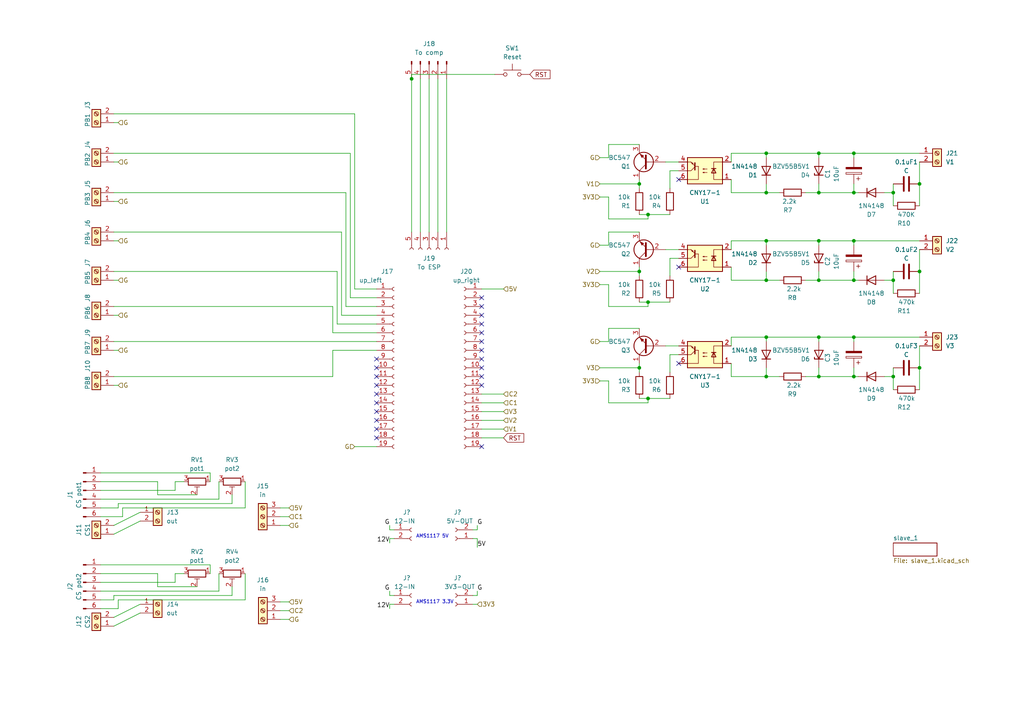
<source format=kicad_sch>
(kicad_sch (version 20211123) (generator eeschema)
  (paper "A4")
  (lib_symbols
    (symbol "Connector:Conn_01x02_Female" (pin_names (offset 1.016) hide)
      (property "Reference" "J" (at 0 2.54 0))
      (property "Value" "Conn_01x02_Female" (at 0 -5.08 0))
      (symbol "Conn_01x02_Female_1_1"
        (arc (start 0 -2.032) (mid -0.508 -2.54) (end 0 -3.048) (stroke (width 0.1524)))
        (polyline (pts (xy -1.27 -2.54) (xy -0.508 -2.54)) (stroke (width 0.1524)))
        (polyline (pts (xy -1.27 0) (xy -0.508 0)) (stroke (width 0.1524)))
        (arc (start 0 0.508) (mid -0.508 0) (end 0 -0.508) (stroke (width 0.1524)))
        (pin passive line (at -5.08 0 0) (length 3.81) (name "Pin_1") (number "1"))
        (pin passive line (at -5.08 -2.54 0) (length 3.81) (name "Pin_2") (number "2"))
      )
    )
    (symbol "Connector:Conn_01x05_Female" (pin_names (offset 1.016) hide)
      (property "Reference" "J" (at 0 7.62 0))
      (property "Value" "Conn_01x05_Female" (at 0 -7.62 0))
      (symbol "Conn_01x05_Female_1_1"
        (arc (start 0 -4.572) (mid -0.508 -5.08) (end 0 -5.588) (stroke (width 0.1524)))
        (arc (start 0 -2.032) (mid -0.508 -2.54) (end 0 -3.048) (stroke (width 0.1524)))
        (polyline (pts (xy -1.27 -5.08) (xy -0.508 -5.08)) (stroke (width 0.1524)))
        (polyline (pts (xy -1.27 -2.54) (xy -0.508 -2.54)) (stroke (width 0.1524)))
        (polyline (pts (xy -1.27 0) (xy -0.508 0)) (stroke (width 0.1524)))
        (polyline (pts (xy -1.27 2.54) (xy -0.508 2.54)) (stroke (width 0.1524)))
        (polyline (pts (xy -1.27 5.08) (xy -0.508 5.08)) (stroke (width 0.1524)))
        (arc (start 0 0.508) (mid -0.508 0) (end 0 -0.508) (stroke (width 0.1524)))
        (arc (start 0 3.048) (mid -0.508 2.54) (end 0 2.032) (stroke (width 0.1524)))
        (arc (start 0 5.588) (mid -0.508 5.08) (end 0 4.572) (stroke (width 0.1524)))
        (pin passive line (at -5.08 5.08 0) (length 3.81) (name "Pin_1") (number "1"))
        (pin passive line (at -5.08 2.54 0) (length 3.81) (name "Pin_2") (number "2"))
        (pin passive line (at -5.08 0 0) (length 3.81) (name "Pin_3") (number "3"))
        (pin passive line (at -5.08 -2.54 0) (length 3.81) (name "Pin_4") (number "4"))
        (pin passive line (at -5.08 -5.08 0) (length 3.81) (name "Pin_5") (number "5"))
      )
    )
    (symbol "Connector:Conn_01x05_Male" (pin_names (offset 1.016) hide)
      (property "Reference" "J" (at 0 7.62 0))
      (property "Value" "Conn_01x05_Male" (at 0 -7.62 0))
      (symbol "Conn_01x05_Male_1_1"
        (polyline (pts (xy 1.27 -5.08) (xy 0.8636 -5.08)) (stroke (width 0.1524)))
        (polyline (pts (xy 1.27 -2.54) (xy 0.8636 -2.54)) (stroke (width 0.1524)))
        (polyline (pts (xy 1.27 0) (xy 0.8636 0)) (stroke (width 0.1524)))
        (polyline (pts (xy 1.27 2.54) (xy 0.8636 2.54)) (stroke (width 0.1524)))
        (polyline (pts (xy 1.27 5.08) (xy 0.8636 5.08)) (stroke (width 0.1524)))
        (rectangle (start 0.8636 -4.953) (end 0 -5.207) (stroke (width 0.1524)) (fill (type outline)))
        (rectangle (start 0.8636 -2.413) (end 0 -2.667) (stroke (width 0.1524)) (fill (type outline)))
        (rectangle (start 0.8636 0.127) (end 0 -0.127) (stroke (width 0.1524)) (fill (type outline)))
        (rectangle (start 0.8636 2.667) (end 0 2.413) (stroke (width 0.1524)) (fill (type outline)))
        (rectangle (start 0.8636 5.207) (end 0 4.953) (stroke (width 0.1524)) (fill (type outline)))
        (pin passive line (at 5.08 5.08 180) (length 3.81) (name "Pin_1") (number "1"))
        (pin passive line (at 5.08 2.54 180) (length 3.81) (name "Pin_2") (number "2"))
        (pin passive line (at 5.08 0 180) (length 3.81) (name "Pin_3") (number "3"))
        (pin passive line (at 5.08 -2.54 180) (length 3.81) (name "Pin_4") (number "4"))
        (pin passive line (at 5.08 -5.08 180) (length 3.81) (name "Pin_5") (number "5"))
      )
    )
    (symbol "Connector:Conn_01x06_Male" (pin_names (offset 1.016) hide)
      (property "Reference" "J" (at 0 7.62 0))
      (property "Value" "Conn_01x06_Male" (at 0 -10.16 0))
      (symbol "Conn_01x06_Male_1_1"
        (polyline (pts (xy 1.27 -7.62) (xy 0.8636 -7.62)) (stroke (width 0.1524)))
        (polyline (pts (xy 1.27 -5.08) (xy 0.8636 -5.08)) (stroke (width 0.1524)))
        (polyline (pts (xy 1.27 -2.54) (xy 0.8636 -2.54)) (stroke (width 0.1524)))
        (polyline (pts (xy 1.27 0) (xy 0.8636 0)) (stroke (width 0.1524)))
        (polyline (pts (xy 1.27 2.54) (xy 0.8636 2.54)) (stroke (width 0.1524)))
        (polyline (pts (xy 1.27 5.08) (xy 0.8636 5.08)) (stroke (width 0.1524)))
        (rectangle (start 0.8636 -7.493) (end 0 -7.747) (stroke (width 0.1524)) (fill (type outline)))
        (rectangle (start 0.8636 -4.953) (end 0 -5.207) (stroke (width 0.1524)) (fill (type outline)))
        (rectangle (start 0.8636 -2.413) (end 0 -2.667) (stroke (width 0.1524)) (fill (type outline)))
        (rectangle (start 0.8636 0.127) (end 0 -0.127) (stroke (width 0.1524)) (fill (type outline)))
        (rectangle (start 0.8636 2.667) (end 0 2.413) (stroke (width 0.1524)) (fill (type outline)))
        (rectangle (start 0.8636 5.207) (end 0 4.953) (stroke (width 0.1524)) (fill (type outline)))
        (pin passive line (at 5.08 5.08 180) (length 3.81) (name "Pin_1") (number "1"))
        (pin passive line (at 5.08 2.54 180) (length 3.81) (name "Pin_2") (number "2"))
        (pin passive line (at 5.08 0 180) (length 3.81) (name "Pin_3") (number "3"))
        (pin passive line (at 5.08 -2.54 180) (length 3.81) (name "Pin_4") (number "4"))
        (pin passive line (at 5.08 -5.08 180) (length 3.81) (name "Pin_5") (number "5"))
        (pin passive line (at 5.08 -7.62 180) (length 3.81) (name "Pin_6") (number "6"))
      )
    )
    (symbol "Connector:Conn_01x19_Female" (pin_names (offset 1.016) hide)
      (property "Reference" "J" (at 0 25.4 0))
      (property "Value" "Conn_01x19_Female" (at 0 -25.4 0))
      (symbol "Conn_01x19_Female_1_1"
        (arc (start 0 -22.352) (mid -0.508 -22.86) (end 0 -23.368) (stroke (width 0.1524)))
        (arc (start 0 -19.812) (mid -0.508 -20.32) (end 0 -20.828) (stroke (width 0.1524)))
        (arc (start 0 -17.272) (mid -0.508 -17.78) (end 0 -18.288) (stroke (width 0.1524)))
        (arc (start 0 -14.732) (mid -0.508 -15.24) (end 0 -15.748) (stroke (width 0.1524)))
        (arc (start 0 -12.192) (mid -0.508 -12.7) (end 0 -13.208) (stroke (width 0.1524)))
        (arc (start 0 -9.652) (mid -0.508 -10.16) (end 0 -10.668) (stroke (width 0.1524)))
        (arc (start 0 -7.112) (mid -0.508 -7.62) (end 0 -8.128) (stroke (width 0.1524)))
        (arc (start 0 -4.572) (mid -0.508 -5.08) (end 0 -5.588) (stroke (width 0.1524)))
        (arc (start 0 -2.032) (mid -0.508 -2.54) (end 0 -3.048) (stroke (width 0.1524)))
        (polyline (pts (xy -1.27 -22.86) (xy -0.508 -22.86)) (stroke (width 0.1524)))
        (polyline (pts (xy -1.27 -20.32) (xy -0.508 -20.32)) (stroke (width 0.1524)))
        (polyline (pts (xy -1.27 -17.78) (xy -0.508 -17.78)) (stroke (width 0.1524)))
        (polyline (pts (xy -1.27 -15.24) (xy -0.508 -15.24)) (stroke (width 0.1524)))
        (polyline (pts (xy -1.27 -12.7) (xy -0.508 -12.7)) (stroke (width 0.1524)))
        (polyline (pts (xy -1.27 -10.16) (xy -0.508 -10.16)) (stroke (width 0.1524)))
        (polyline (pts (xy -1.27 -7.62) (xy -0.508 -7.62)) (stroke (width 0.1524)))
        (polyline (pts (xy -1.27 -5.08) (xy -0.508 -5.08)) (stroke (width 0.1524)))
        (polyline (pts (xy -1.27 -2.54) (xy -0.508 -2.54)) (stroke (width 0.1524)))
        (polyline (pts (xy -1.27 0) (xy -0.508 0)) (stroke (width 0.1524)))
        (polyline (pts (xy -1.27 2.54) (xy -0.508 2.54)) (stroke (width 0.1524)))
        (polyline (pts (xy -1.27 5.08) (xy -0.508 5.08)) (stroke (width 0.1524)))
        (polyline (pts (xy -1.27 7.62) (xy -0.508 7.62)) (stroke (width 0.1524)))
        (polyline (pts (xy -1.27 10.16) (xy -0.508 10.16)) (stroke (width 0.1524)))
        (polyline (pts (xy -1.27 12.7) (xy -0.508 12.7)) (stroke (width 0.1524)))
        (polyline (pts (xy -1.27 15.24) (xy -0.508 15.24)) (stroke (width 0.1524)))
        (polyline (pts (xy -1.27 17.78) (xy -0.508 17.78)) (stroke (width 0.1524)))
        (polyline (pts (xy -1.27 20.32) (xy -0.508 20.32)) (stroke (width 0.1524)))
        (polyline (pts (xy -1.27 22.86) (xy -0.508 22.86)) (stroke (width 0.1524)))
        (arc (start 0 0.508) (mid -0.508 0) (end 0 -0.508) (stroke (width 0.1524)))
        (arc (start 0 3.048) (mid -0.508 2.54) (end 0 2.032) (stroke (width 0.1524)))
        (arc (start 0 5.588) (mid -0.508 5.08) (end 0 4.572) (stroke (width 0.1524)))
        (arc (start 0 8.128) (mid -0.508 7.62) (end 0 7.112) (stroke (width 0.1524)))
        (arc (start 0 10.668) (mid -0.508 10.16) (end 0 9.652) (stroke (width 0.1524)))
        (arc (start 0 13.208) (mid -0.508 12.7) (end 0 12.192) (stroke (width 0.1524)))
        (arc (start 0 15.748) (mid -0.508 15.24) (end 0 14.732) (stroke (width 0.1524)))
        (arc (start 0 18.288) (mid -0.508 17.78) (end 0 17.272) (stroke (width 0.1524)))
        (arc (start 0 20.828) (mid -0.508 20.32) (end 0 19.812) (stroke (width 0.1524)))
        (arc (start 0 23.368) (mid -0.508 22.86) (end 0 22.352) (stroke (width 0.1524)))
        (pin passive line (at -5.08 22.86 0) (length 3.81) (name "Pin_1") (number "1"))
        (pin passive line (at -5.08 0 0) (length 3.81) (name "Pin_10") (number "10"))
        (pin passive line (at -5.08 -2.54 0) (length 3.81) (name "Pin_11") (number "11"))
        (pin passive line (at -5.08 -5.08 0) (length 3.81) (name "Pin_12") (number "12"))
        (pin passive line (at -5.08 -7.62 0) (length 3.81) (name "Pin_13") (number "13"))
        (pin passive line (at -5.08 -10.16 0) (length 3.81) (name "Pin_14") (number "14"))
        (pin passive line (at -5.08 -12.7 0) (length 3.81) (name "Pin_15") (number "15"))
        (pin passive line (at -5.08 -15.24 0) (length 3.81) (name "Pin_16") (number "16"))
        (pin passive line (at -5.08 -17.78 0) (length 3.81) (name "Pin_17") (number "17"))
        (pin passive line (at -5.08 -20.32 0) (length 3.81) (name "Pin_18") (number "18"))
        (pin passive line (at -5.08 -22.86 0) (length 3.81) (name "Pin_19") (number "19"))
        (pin passive line (at -5.08 20.32 0) (length 3.81) (name "Pin_2") (number "2"))
        (pin passive line (at -5.08 17.78 0) (length 3.81) (name "Pin_3") (number "3"))
        (pin passive line (at -5.08 15.24 0) (length 3.81) (name "Pin_4") (number "4"))
        (pin passive line (at -5.08 12.7 0) (length 3.81) (name "Pin_5") (number "5"))
        (pin passive line (at -5.08 10.16 0) (length 3.81) (name "Pin_6") (number "6"))
        (pin passive line (at -5.08 7.62 0) (length 3.81) (name "Pin_7") (number "7"))
        (pin passive line (at -5.08 5.08 0) (length 3.81) (name "Pin_8") (number "8"))
        (pin passive line (at -5.08 2.54 0) (length 3.81) (name "Pin_9") (number "9"))
      )
    )
    (symbol "Connector:Screw_Terminal_01x02" (pin_names (offset 1.016) hide)
      (property "Reference" "J" (at 0 2.54 0))
      (property "Value" "Screw_Terminal_01x02" (at 0 -5.08 0))
      (symbol "Screw_Terminal_01x02_1_1"
        (rectangle (start -1.27 1.27) (end 1.27 -3.81) (stroke (width 0.254)) (fill (type background)))
        (circle (center 0 -2.54) (radius 0.635) (stroke (width 0.1524)))
        (polyline (pts (xy -0.5334 -2.2098) (xy 0.3302 -3.048)) (stroke (width 0.1524)))
        (polyline (pts (xy -0.5334 0.3302) (xy 0.3302 -0.508)) (stroke (width 0.1524)))
        (polyline (pts (xy -0.3556 -2.032) (xy 0.508 -2.8702)) (stroke (width 0.1524)))
        (polyline (pts (xy -0.3556 0.508) (xy 0.508 -0.3302)) (stroke (width 0.1524)))
        (circle (center 0 0) (radius 0.635) (stroke (width 0.1524)))
        (pin passive line (at -5.08 0 0) (length 3.81) (name "Pin_1") (number "1"))
        (pin passive line (at -5.08 -2.54 0) (length 3.81) (name "Pin_2") (number "2"))
      )
    )
    (symbol "Connector:Screw_Terminal_01x03" (pin_names (offset 1.016) hide)
      (property "Reference" "J" (at 0 5.08 0))
      (property "Value" "Screw_Terminal_01x03" (at 0 -5.08 0))
      (symbol "Screw_Terminal_01x03_1_1"
        (rectangle (start -1.27 3.81) (end 1.27 -3.81) (stroke (width 0.254)) (fill (type background)))
        (circle (center 0 -2.54) (radius 0.635) (stroke (width 0.1524)))
        (polyline (pts (xy -0.5334 -2.2098) (xy 0.3302 -3.048)) (stroke (width 0.1524)))
        (polyline (pts (xy -0.5334 0.3302) (xy 0.3302 -0.508)) (stroke (width 0.1524)))
        (polyline (pts (xy -0.5334 2.8702) (xy 0.3302 2.032)) (stroke (width 0.1524)))
        (polyline (pts (xy -0.3556 -2.032) (xy 0.508 -2.8702)) (stroke (width 0.1524)))
        (polyline (pts (xy -0.3556 0.508) (xy 0.508 -0.3302)) (stroke (width 0.1524)))
        (polyline (pts (xy -0.3556 3.048) (xy 0.508 2.2098)) (stroke (width 0.1524)))
        (circle (center 0 0) (radius 0.635) (stroke (width 0.1524)))
        (circle (center 0 2.54) (radius 0.635) (stroke (width 0.1524)))
        (pin passive line (at -5.08 2.54 0) (length 3.81) (name "Pin_1") (number "1"))
        (pin passive line (at -5.08 0 0) (length 3.81) (name "Pin_2") (number "2"))
        (pin passive line (at -5.08 -2.54 0) (length 3.81) (name "Pin_3") (number "3"))
      )
    )
    (symbol "Device:C" (pin_numbers hide) (pin_names (offset 0.254))
      (property "Reference" "C" (at 0.635 2.54 0))
      (property "Value" "C" (at 0.635 -2.54 0))
      (symbol "C_0_1"
        (polyline (pts (xy -2.032 -0.762) (xy 2.032 -0.762)) (stroke (width 0.508)))
        (polyline (pts (xy -2.032 0.762) (xy 2.032 0.762)) (stroke (width 0.508)))
      )
      (symbol "C_1_1"
        (pin passive line (at 0 3.81 270) (length 2.794) (name "~") (number "1"))
        (pin passive line (at 0 -3.81 90) (length 2.794) (name "~") (number "2"))
      )
    )
    (symbol "Device:C_Polarized" (pin_numbers hide) (pin_names (offset 0.254))
      (property "Reference" "C" (at 0.635 2.54 0))
      (property "Value" "C_Polarized" (at 0.635 -2.54 0))
      (symbol "C_Polarized_0_1"
        (rectangle (start -2.286 0.508) (end 2.286 1.016))
        (polyline (pts (xy -1.778 2.286) (xy -0.762 2.286)))
        (polyline (pts (xy -1.27 2.794) (xy -1.27 1.778)))
        (rectangle (start 2.286 -0.508) (end -2.286 -1.016) (fill (type outline)))
      )
      (symbol "C_Polarized_1_1"
        (pin passive line (at 0 3.81 270) (length 2.794) (name "~") (number "1"))
        (pin passive line (at 0 -3.81 90) (length 2.794) (name "~") (number "2"))
      )
    )
    (symbol "Device:R" (pin_numbers hide) (pin_names (offset 0))
      (property "Reference" "R" (at 2.032 0 90))
      (property "Value" "R" (at 0 0 90))
      (symbol "R_0_1"
        (rectangle (start -1.016 -2.54) (end 1.016 2.54) (stroke (width 0.254)))
      )
      (symbol "R_1_1"
        (pin passive line (at 0 3.81 270) (length 1.27) (name "~") (number "1"))
        (pin passive line (at 0 -3.81 90) (length 1.27) (name "~") (number "2"))
      )
    )
    (symbol "Device:R_Potentiometer_Trim" (pin_names (offset 1.016) hide)
      (property "Reference" "RV" (at -4.445 0 90))
      (property "Value" "R_Potentiometer_Trim" (at -2.54 0 90))
      (symbol "R_Potentiometer_Trim_0_1"
        (polyline (pts (xy 1.524 0.762) (xy 1.524 -0.762)))
        (polyline (pts (xy 2.54 0) (xy 1.524 0)))
        (rectangle (start 1.016 2.54) (end -1.016 -2.54) (stroke (width 0.254)))
      )
      (symbol "R_Potentiometer_Trim_1_1"
        (pin passive line (at 0 3.81 270) (length 1.27) (name "1") (number "1"))
        (pin passive line (at 3.81 0 180) (length 1.27) (name "2") (number "2"))
        (pin passive line (at 0 -3.81 90) (length 1.27) (name "3") (number "3"))
      )
    )
    (symbol "Diode:1N4148" (pin_numbers hide) (pin_names hide)
      (property "Reference" "D" (at 0 2.54 0))
      (property "Value" "1N4148" (at 0 -2.54 0))
      (symbol "1N4148_0_1"
        (polyline (pts (xy -1.27 1.27) (xy -1.27 -1.27)) (stroke (width 0.254)))
        (polyline (pts (xy 1.27 0) (xy -1.27 0)))
        (polyline (pts (xy 1.27 1.27) (xy 1.27 -1.27) (xy -1.27 0) (xy 1.27 1.27)) (stroke (width 0.254)))
      )
      (symbol "1N4148_1_1"
        (pin passive line (at -3.81 0 0) (length 2.54) (name "K") (number "1"))
        (pin passive line (at 3.81 0 180) (length 2.54) (name "A") (number "2"))
      )
    )
    (symbol "Diode:BZV55B5V1" (pin_numbers hide) (pin_names hide)
      (property "Reference" "D" (at 0 2.54 0))
      (property "Value" "BZV55B5V1" (at 0 -2.54 0))
      (symbol "BZV55B5V1_0_1"
        (polyline (pts (xy 1.27 0) (xy -1.27 0)))
        (polyline (pts (xy -1.27 -1.27) (xy -1.27 1.27) (xy -0.762 1.27)) (stroke (width 0.254)))
        (polyline (pts (xy 1.27 -1.27) (xy 1.27 1.27) (xy -1.27 0) (xy 1.27 -1.27)) (stroke (width 0.254)))
      )
      (symbol "BZV55B5V1_1_1"
        (pin passive line (at -3.81 0 0) (length 2.54) (name "K") (number "1"))
        (pin passive line (at 3.81 0 180) (length 2.54) (name "A") (number "2"))
      )
    )
    (symbol "Isolator:CNY17-1" (pin_names (offset 1.016))
      (property "Reference" "U" (at -5.08 5.08 0))
      (property "Value" "CNY17-1" (at 0 5.08 0))
      (symbol "CNY17-1_0_1"
        (rectangle (start -5.08 3.81) (end 5.08 -3.81) (stroke (width 0.254)) (fill (type background)))
        (polyline (pts (xy -3.175 -0.635) (xy -1.905 -0.635)) (stroke (width 0.254)))
        (polyline (pts (xy 2.921 -1.397) (xy 4.064 -2.54)))
        (polyline (pts (xy 2.921 -1.27) (xy 1.905 -1.27)))
        (polyline (pts (xy 2.921 -1.143) (xy 4.064 0)))
        (polyline (pts (xy 4.064 -2.54) (xy 5.08 -2.54)))
        (polyline (pts (xy 5.08 0) (xy 4.064 0)))
        (polyline (pts (xy -5.08 2.54) (xy -2.54 2.54) (xy -2.54 -0.762)))
        (polyline (pts (xy -2.54 -0.635) (xy -2.54 -2.54) (xy -5.08 -2.54)))
        (polyline (pts (xy 1.905 -1.27) (xy 1.905 2.54) (xy 5.08 2.54)))
        (polyline (pts (xy 2.921 -0.254) (xy 2.921 -2.286) (xy 2.921 -2.286)) (stroke (width 0.3556)))
        (polyline (pts (xy -2.54 -0.635) (xy -3.175 0.635) (xy -1.905 0.635) (xy -2.54 -0.635)) (stroke (width 0.254)))
        (polyline (pts (xy 3.937 -2.413) (xy 3.683 -1.905) (xy 3.429 -2.159) (xy 3.937 -2.413)))
        (polyline (pts (xy -0.635 -0.508) (xy 0.635 -0.508) (xy 0.254 -0.635) (xy 0.254 -0.381) (xy 0.635 -0.508)))
        (polyline (pts (xy -0.635 0.508) (xy 0.635 0.508) (xy 0.254 0.381) (xy 0.254 0.635) (xy 0.635 0.508)))
      )
      (symbol "CNY17-1_1_1"
        (pin passive line (at -7.62 2.54 0) (length 2.54) (name "~") (number "1"))
        (pin passive line (at -7.62 -2.54 0) (length 2.54) (name "~") (number "2"))
        (pin no_connect line (at -5.08 0 0) (length 2.54) hide (name "NC") (number "3"))
        (pin passive line (at 7.62 -2.54 180) (length 2.54) (name "~") (number "4"))
        (pin passive line (at 7.62 0 180) (length 2.54) (name "~") (number "5"))
        (pin passive line (at 7.62 2.54 180) (length 2.54) (name "~") (number "6"))
      )
    )
    (symbol "Switch:SW_Push" (pin_numbers hide) (pin_names (offset 1.016) hide)
      (property "Reference" "SW" (at 1.27 2.54 0))
      (property "Value" "SW_Push" (at 0 -1.524 0))
      (symbol "SW_Push_0_1"
        (circle (center -2.032 0) (radius 0.508))
        (polyline (pts (xy 0 1.27) (xy 0 3.048)))
        (polyline (pts (xy 2.54 1.27) (xy -2.54 1.27)))
        (circle (center 2.032 0) (radius 0.508))
        (pin passive line (at -5.08 0 0) (length 2.54) (name "1") (number "1"))
        (pin passive line (at 5.08 0 180) (length 2.54) (name "2") (number "2"))
      )
    )
    (symbol "Transistor_BJT:BC547" (pin_names (offset 0) hide)
      (property "Reference" "Q" (at 5.08 1.905 0))
      (property "Value" "BC547" (at 5.08 0 0))
      (symbol "BC547_0_1"
        (polyline (pts (xy 0 0) (xy 0.635 0)))
        (polyline (pts (xy 0.635 0.635) (xy 2.54 2.54)))
        (polyline (pts (xy 0.635 -0.635) (xy 2.54 -2.54) (xy 2.54 -2.54)))
        (polyline (pts (xy 0.635 1.905) (xy 0.635 -1.905) (xy 0.635 -1.905)) (stroke (width 0.508)))
        (polyline (pts (xy 1.27 -1.778) (xy 1.778 -1.27) (xy 2.286 -2.286) (xy 1.27 -1.778) (xy 1.27 -1.778)) (fill (type outline)))
        (circle (center 1.27 0) (radius 2.8194) (stroke (width 0.254)))
      )
      (symbol "BC547_1_1"
        (pin passive line (at 2.54 5.08 270) (length 2.54) (name "C") (number "1"))
        (pin input line (at -5.08 0 0) (length 5.08) (name "B") (number "2"))
        (pin passive line (at 2.54 -5.08 90) (length 2.54) (name "E") (number "3"))
      )
    )
  )
  (junction (at 187.96 87.63))
  (junction (at 266.7 53.34))
  (junction (at 259.08 55.88))
  (junction (at 187.96 62.23))
  (junction (at 222.25 55.88))
  (junction (at 237.49 55.88))
  (junction (at 187.96 115.57))
  (junction (at 119.38 22.86))
  (junction (at 185.42 106.68))
  (junction (at 247.65 55.88))
  (junction (at 222.25 109.22))
  (junction (at 222.25 44.45))
  (junction (at 222.25 81.28))
  (junction (at 259.08 81.28))
  (junction (at 259.08 109.22))
  (junction (at 222.25 69.85))
  (junction (at 247.65 81.28))
  (junction (at 222.25 97.79))
  (junction (at 247.65 109.22))
  (junction (at 185.42 78.74))
  (junction (at 266.7 106.68))
  (junction (at 237.49 97.79))
  (junction (at 185.42 53.34))
  (junction (at 237.49 81.28))
  (junction (at 237.49 109.22))
  (junction (at 266.7 78.74))
  (junction (at 247.65 69.85))
  (junction (at 247.65 44.45))
  (junction (at 237.49 44.45))
  (junction (at 237.49 69.85))
  (junction (at 247.65 97.79))
  (no_connect (at 139.7 106.68))
  (no_connect (at 109.22 124.46))
  (no_connect (at 139.7 93.98))
  (no_connect (at 139.7 129.54))
  (no_connect (at 139.7 99.06))
  (no_connect (at 139.7 101.6))
  (no_connect (at 109.22 114.3))
  (no_connect (at 196.85 77.47))
  (no_connect (at 109.22 109.22))
  (no_connect (at 139.7 104.14))
  (no_connect (at 109.22 116.84))
  (no_connect (at 139.7 109.22))
  (no_connect (at 196.85 105.41))
  (no_connect (at 109.22 127))
  (no_connect (at 139.7 91.44))
  (no_connect (at 109.22 119.38))
  (no_connect (at 196.85 52.07))
  (no_connect (at 139.7 111.76))
  (no_connect (at 109.22 121.92))
  (no_connect (at 139.7 86.36))
  (no_connect (at 109.22 111.76))
  (no_connect (at 139.7 88.9))
  (no_connect (at 109.22 104.14))
  (no_connect (at 139.7 96.52))
  (no_connect (at 109.22 106.68))
  (wire (pts (xy 196.85 100.33) (xy 193.04 100.33)))
  (wire (pts (xy 266.7 44.45) (xy 247.65 44.45)))
  (wire (pts (xy 146.05 121.92) (xy 139.7 121.92)))
  (wire (pts (xy 45.72 170.18) (xy 45.72 166.37)))
  (wire (pts (xy 102.87 129.54) (xy 109.22 129.54)))
  (wire (pts (xy 248.92 55.88) (xy 247.65 55.88)))
  (wire (pts (xy 146.05 127) (xy 139.7 127)))
  (wire (pts (xy 176.53 71.12) (xy 173.99 71.12)))
  (wire (pts (xy 212.09 77.47) (xy 212.09 81.28)))
  (wire (pts (xy 237.49 45.72) (xy 237.49 44.45)))
  (wire (pts (xy 185.42 41.91) (xy 176.53 41.91)))
  (wire (pts (xy 222.25 45.72) (xy 222.25 44.45)))
  (wire (pts (xy 266.7 46.99) (xy 266.7 53.34)))
  (wire (pts (xy 83.8575 174.5753) (xy 81.3175 174.5753)))
  (wire (pts (xy 194.31 62.23) (xy 187.96 62.23)))
  (wire (pts (xy 212.09 81.28) (xy 222.25 81.28)))
  (wire (pts (xy 185.42 53.34) (xy 173.99 53.34)))
  (wire (pts (xy 60.96 166.37) (xy 60.96 163.83)))
  (wire (pts (xy 226.06 55.88) (xy 222.25 55.88)))
  (wire (pts (xy 71.12 166.37) (xy 71.12 173.99)))
  (wire (pts (xy 45.72 143.51) (xy 57.15 143.51)))
  (wire (pts (xy 185.42 95.25) (xy 176.53 95.25)))
  (wire (pts (xy 113.03 157.48) (xy 113.03 156.21)))
  (wire (pts (xy 266.7 72.39) (xy 266.7 78.74)))
  (wire (pts (xy 237.49 109.22) (xy 233.68 109.22)))
  (wire (pts (xy 247.65 45.72) (xy 247.65 44.45)))
  (wire (pts (xy 137.16 156.21) (xy 138.43 156.21)))
  (wire (pts (xy 50.8 168.91) (xy 50.8 166.37)))
  (wire (pts (xy 63.5 139.7) (xy 63.5 144.78)))
  (wire (pts (xy 34.29 35.56) (xy 33.02 35.56)))
  (wire (pts (xy 187.96 116.84) (xy 187.96 115.57)))
  (wire (pts (xy 226.06 109.22) (xy 222.25 109.22)))
  (wire (pts (xy 138.43 153.67) (xy 138.43 152.4)))
  (wire (pts (xy 196.85 74.93) (xy 194.31 74.93)))
  (wire (pts (xy 137.16 175.26) (xy 138.43 175.26)))
  (wire (pts (xy 176.53 116.84) (xy 187.96 116.84)))
  (wire (pts (xy 259.08 81.28) (xy 256.54 81.28)))
  (wire (pts (xy 101.6 44.45) (xy 101.6 86.36)))
  (wire (pts (xy 266.7 69.85) (xy 247.65 69.85)))
  (wire (pts (xy 33.02 109.22) (xy 96.52 109.22)))
  (wire (pts (xy 187.96 63.5) (xy 187.96 62.23)))
  (wire (pts (xy 137.16 172.72) (xy 138.43 172.72)))
  (wire (pts (xy 185.42 106.68) (xy 185.42 105.41)))
  (wire (pts (xy 83.82 149.86) (xy 81.28 149.86)))
  (wire (pts (xy 266.7 113.03) (xy 266.7 106.68)))
  (wire (pts (xy 81.28 152.4) (xy 83.82 152.4)))
  (wire (pts (xy 33.02 179.07) (xy 40.64 175.26)))
  (wire (pts (xy 196.85 72.39) (xy 193.04 72.39)))
  (wire (pts (xy 97.79 78.74) (xy 97.79 93.98)))
  (wire (pts (xy 194.31 87.63) (xy 187.96 87.63)))
  (wire (pts (xy 129.54 22.86) (xy 129.54 67.31)))
  (wire (pts (xy 187.96 62.23) (xy 185.42 62.23)))
  (wire (pts (xy 247.65 109.22) (xy 247.65 106.68)))
  (wire (pts (xy 247.65 69.85) (xy 237.49 69.85)))
  (wire (pts (xy 113.03 172.72) (xy 113.03 171.45)))
  (wire (pts (xy 194.31 49.53) (xy 194.31 54.61)))
  (wire (pts (xy 113.03 153.67) (xy 113.03 152.4)))
  (wire (pts (xy 67.31 143.51) (xy 67.31 146.05)))
  (wire (pts (xy 102.87 83.82) (xy 109.22 83.82)))
  (wire (pts (xy 34.29 91.44) (xy 33.02 91.44)))
  (wire (pts (xy 222.25 69.85) (xy 212.09 69.85)))
  (wire (pts (xy 50.8 166.37) (xy 53.34 166.37)))
  (wire (pts (xy 185.42 53.34) (xy 185.42 52.07)))
  (wire (pts (xy 176.53 88.9) (xy 176.53 82.55)))
  (wire (pts (xy 29.21 149.86) (xy 35.56 149.86)))
  (wire (pts (xy 83.82 147.32) (xy 81.28 147.32)))
  (wire (pts (xy 124.46 22.86) (xy 124.46 67.31)))
  (wire (pts (xy 237.49 97.79) (xy 222.25 97.79)))
  (wire (pts (xy 266.7 85.09) (xy 266.7 78.74)))
  (wire (pts (xy 63.5 166.37) (xy 63.5 171.45)))
  (wire (pts (xy 222.25 44.45) (xy 212.09 44.45)))
  (wire (pts (xy 194.31 74.93) (xy 194.31 80.01)))
  (wire (pts (xy 35.56 147.32) (xy 71.12 147.32)))
  (wire (pts (xy 196.85 49.53) (xy 194.31 49.53)))
  (wire (pts (xy 176.53 82.55) (xy 173.99 82.55)))
  (wire (pts (xy 50.8 139.7) (xy 50.8 142.24)))
  (wire (pts (xy 83.8575 177.1153) (xy 81.3175 177.1153)))
  (wire (pts (xy 222.25 71.12) (xy 222.25 69.85)))
  (wire (pts (xy 185.42 80.01) (xy 185.42 78.74)))
  (wire (pts (xy 259.08 109.22) (xy 256.54 109.22)))
  (wire (pts (xy 247.65 97.79) (xy 237.49 97.79)))
  (wire (pts (xy 67.31 172.72) (xy 33.02 172.72)))
  (wire (pts (xy 113.03 176.53) (xy 113.03 175.26)))
  (wire (pts (xy 259.08 55.88) (xy 259.08 53.34)))
  (wire (pts (xy 60.96 163.83) (xy 29.21 163.83)))
  (wire (pts (xy 187.96 115.57) (xy 185.42 115.57)))
  (wire (pts (xy 60.96 137.16) (xy 29.21 137.16)))
  (wire (pts (xy 146.05 124.46) (xy 139.7 124.46)))
  (wire (pts (xy 222.25 97.79) (xy 212.09 97.79)))
  (wire (pts (xy 237.49 55.88) (xy 233.68 55.88)))
  (wire (pts (xy 185.42 54.61) (xy 185.42 53.34)))
  (wire (pts (xy 212.09 105.41) (xy 212.09 109.22)))
  (wire (pts (xy 45.72 166.37) (xy 29.21 166.37)))
  (wire (pts (xy 266.7 59.69) (xy 266.7 53.34)))
  (wire (pts (xy 99.06 67.31) (xy 99.06 91.44)))
  (wire (pts (xy 176.53 88.9) (xy 187.96 88.9)))
  (wire (pts (xy 185.42 106.68) (xy 173.99 106.68)))
  (wire (pts (xy 33.02 99.06) (xy 109.22 99.06)))
  (wire (pts (xy 96.52 96.52) (xy 109.22 96.52)))
  (wire (pts (xy 222.25 55.88) (xy 222.25 53.34)))
  (wire (pts (xy 121.92 22.86) (xy 121.92 67.31)))
  (wire (pts (xy 34.29 81.28) (xy 33.02 81.28)))
  (wire (pts (xy 146.05 83.82) (xy 139.7 83.82)))
  (wire (pts (xy 114.3 153.67) (xy 113.03 153.67)))
  (wire (pts (xy 96.52 88.9) (xy 96.52 96.52)))
  (wire (pts (xy 176.53 57.15) (xy 173.99 57.15)))
  (wire (pts (xy 247.65 109.22) (xy 237.49 109.22)))
  (wire (pts (xy 34.29 173.99) (xy 34.29 176.53)))
  (wire (pts (xy 187.96 88.9) (xy 187.96 87.63)))
  (wire (pts (xy 237.49 44.45) (xy 222.25 44.45)))
  (wire (pts (xy 237.49 99.06) (xy 237.49 97.79)))
  (wire (pts (xy 187.96 87.63) (xy 185.42 87.63)))
  (wire (pts (xy 99.06 91.44) (xy 109.22 91.44)))
  (wire (pts (xy 34.29 147.32) (xy 29.21 147.32)))
  (wire (pts (xy 247.65 99.06) (xy 247.65 97.79)))
  (wire (pts (xy 100.33 55.88) (xy 100.33 88.9)))
  (wire (pts (xy 248.92 81.28) (xy 247.65 81.28)))
  (wire (pts (xy 34.29 146.05) (xy 34.29 147.32)))
  (wire (pts (xy 176.53 99.06) (xy 173.99 99.06)))
  (wire (pts (xy 194.31 102.87) (xy 194.31 107.95)))
  (wire (pts (xy 212.09 46.99) (xy 212.09 44.45)))
  (wire (pts (xy 33.02 154.94) (xy 40.64 151.13)))
  (wire (pts (xy 100.33 88.9) (xy 109.22 88.9)))
  (wire (pts (xy 113.03 156.21) (xy 114.3 156.21)))
  (wire (pts (xy 176.53 67.31) (xy 176.53 71.12)))
  (wire (pts (xy 237.49 55.88) (xy 237.49 53.34)))
  (wire (pts (xy 60.96 139.7) (xy 60.96 137.16)))
  (wire (pts (xy 266.7 97.79) (xy 247.65 97.79)))
  (wire (pts (xy 222.25 81.28) (xy 222.25 78.74)))
  (wire (pts (xy 196.85 102.87) (xy 194.31 102.87)))
  (wire (pts (xy 222.25 109.22) (xy 222.25 106.68)))
  (wire (pts (xy 259.08 85.09) (xy 259.08 81.28)))
  (wire (pts (xy 119.38 21.59) (xy 119.38 22.86)))
  (wire (pts (xy 247.65 44.45) (xy 237.49 44.45)))
  (wire (pts (xy 185.42 107.95) (xy 185.42 106.68)))
  (wire (pts (xy 45.72 170.18) (xy 57.15 170.18)))
  (wire (pts (xy 176.53 63.5) (xy 176.53 57.15)))
  (wire (pts (xy 71.12 147.32) (xy 71.12 139.7)))
  (wire (pts (xy 247.65 81.28) (xy 237.49 81.28)))
  (wire (pts (xy 143.51 21.59) (xy 119.38 21.59)))
  (wire (pts (xy 35.56 149.86) (xy 35.56 147.32)))
  (wire (pts (xy 33.02 78.74) (xy 97.79 78.74)))
  (wire (pts (xy 259.08 59.69) (xy 259.08 55.88)))
  (wire (pts (xy 63.5 144.78) (xy 29.21 144.78)))
  (wire (pts (xy 29.21 139.7) (xy 45.72 139.7)))
  (wire (pts (xy 194.31 115.57) (xy 187.96 115.57)))
  (wire (pts (xy 146.05 119.38) (xy 139.7 119.38)))
  (wire (pts (xy 185.42 67.31) (xy 176.53 67.31)))
  (wire (pts (xy 237.49 69.85) (xy 222.25 69.85)))
  (wire (pts (xy 247.65 81.28) (xy 247.65 78.74)))
  (wire (pts (xy 212.09 109.22) (xy 222.25 109.22)))
  (wire (pts (xy 33.02 173.99) (xy 29.21 173.99)))
  (wire (pts (xy 237.49 81.28) (xy 237.49 78.74)))
  (wire (pts (xy 34.29 58.42) (xy 33.02 58.42)))
  (wire (pts (xy 176.53 45.72) (xy 173.99 45.72)))
  (wire (pts (xy 53.34 139.7) (xy 50.8 139.7)))
  (wire (pts (xy 71.12 173.99) (xy 34.29 173.99)))
  (wire (pts (xy 259.08 113.03) (xy 259.08 109.22)))
  (wire (pts (xy 176.53 41.91) (xy 176.53 45.72)))
  (wire (pts (xy 176.53 63.5) (xy 187.96 63.5)))
  (wire (pts (xy 97.79 93.98) (xy 109.22 93.98)))
  (wire (pts (xy 212.09 100.33) (xy 212.09 97.79)))
  (wire (pts (xy 33.02 181.61) (xy 40.64 177.8)))
  (wire (pts (xy 119.38 22.86) (xy 119.38 67.31)))
  (wire (pts (xy 34.29 111.76) (xy 33.02 111.76)))
  (wire (pts (xy 67.31 170.18) (xy 67.31 172.72)))
  (wire (pts (xy 237.49 109.22) (xy 237.49 106.68)))
  (wire (pts (xy 113.03 175.26) (xy 114.3 175.26)))
  (wire (pts (xy 176.53 110.49) (xy 173.99 110.49)))
  (wire (pts (xy 127 22.86) (xy 127 67.31)))
  (wire (pts (xy 185.42 78.74) (xy 185.42 77.47)))
  (wire (pts (xy 81.3175 179.6553) (xy 83.8575 179.6553)))
  (wire (pts (xy 247.65 71.12) (xy 247.65 69.85)))
  (wire (pts (xy 33.02 152.4) (xy 40.64 148.59)))
  (wire (pts (xy 226.06 81.28) (xy 222.25 81.28)))
  (wire (pts (xy 96.52 109.22) (xy 96.52 101.6)))
  (wire (pts (xy 33.02 55.88) (xy 100.33 55.88)))
  (wire (pts (xy 212.09 55.88) (xy 222.25 55.88)))
  (wire (pts (xy 222.25 99.06) (xy 222.25 97.79)))
  (wire (pts (xy 33.02 88.9) (xy 96.52 88.9)))
  (wire (pts (xy 50.8 142.24) (xy 29.21 142.24)))
  (wire (pts (xy 102.87 33.02) (xy 102.87 83.82)))
  (wire (pts (xy 146.05 114.3) (xy 139.7 114.3)))
  (wire (pts (xy 212.09 72.39) (xy 212.09 69.85)))
  (wire (pts (xy 237.49 71.12) (xy 237.49 69.85)))
  (wire (pts (xy 34.29 46.99) (xy 33.02 46.99)))
  (wire (pts (xy 237.49 81.28) (xy 233.68 81.28)))
  (wire (pts (xy 34.29 176.53) (xy 29.21 176.53)))
  (wire (pts (xy 114.3 172.72) (xy 113.03 172.72)))
  (wire (pts (xy 176.53 116.84) (xy 176.53 110.49)))
  (wire (pts (xy 67.31 146.05) (xy 34.29 146.05)))
  (wire (pts (xy 247.65 55.88) (xy 237.49 55.88)))
  (wire (pts (xy 33.02 172.72) (xy 33.02 173.99)))
  (wire (pts (xy 34.29 101.6) (xy 33.02 101.6)))
  (wire (pts (xy 138.43 156.21) (xy 138.43 158.75)))
  (wire (pts (xy 196.85 46.99) (xy 193.04 46.99)))
  (wire (pts (xy 247.65 55.88) (xy 247.65 53.34)))
  (wire (pts (xy 259.08 109.22) (xy 259.08 106.68)))
  (wire (pts (xy 33.02 33.02) (xy 102.87 33.02)))
  (wire (pts (xy 176.53 95.25) (xy 176.53 99.06)))
  (wire (pts (xy 248.92 109.22) (xy 247.65 109.22)))
  (wire (pts (xy 63.5 171.45) (xy 29.21 171.45)))
  (wire (pts (xy 33.02 67.31) (xy 99.06 67.31)))
  (wire (pts (xy 185.42 78.74) (xy 173.99 78.74)))
  (wire (pts (xy 45.72 139.7) (xy 45.72 143.51)))
  (wire (pts (xy 212.09 52.07) (xy 212.09 55.88)))
  (wire (pts (xy 137.16 153.67) (xy 138.43 153.67)))
  (wire (pts (xy 259.08 55.88) (xy 256.54 55.88)))
  (wire (pts (xy 29.21 168.91) (xy 50.8 168.91)))
  (wire (pts (xy 101.6 86.36) (xy 109.22 86.36)))
  (wire (pts (xy 266.7 100.33) (xy 266.7 106.68)))
  (wire (pts (xy 146.05 116.84) (xy 139.7 116.84)))
  (wire (pts (xy 96.52 101.6) (xy 109.22 101.6)))
  (wire (pts (xy 34.29 69.85) (xy 33.02 69.85)))
  (wire (pts (xy 259.08 81.28) (xy 259.08 78.74)))
  (wire (pts (xy 138.43 172.72) (xy 138.43 171.45)))
  (wire (pts (xy 33.02 44.45) (xy 101.6 44.45)))
  (text "AMS1117 5V" (at 120.65 156.21 0) (effects (font (size 1 1)) (justify left bottom)))
  (text "AMS1117 3.3V\n" (at 120.65 175.26 0) (effects (font (size 1 1)) (justify left bottom)))
  (label "12V" (at 113.03 157.48 180))
  (label "12V" (at 113.03 176.53 180))
  (label "G" (at 113.03 171.45 180))
  (label "G" (at 113.03 152.4 180))
  (label "G" (at 138.43 171.45 0))
  (label "5V" (at 138.43 158.75 0))
  (label "G" (at 138.43 152.4 0))
  (global_label "RST" (shape input) (at 146.05 127 0) (property "Intersheet References" "${INTERSHEET_REFS}" (effects hide)))
  (global_label "RST" (shape input) (at 153.67 21.59 0) (property "Intersheet References" "${INTERSHEET_REFS}" (effects hide)))
  (hierarchical_label "G" (shape input) (at 34.29 58.42 0))
  (hierarchical_label "G" (shape input) (at 173.99 45.72 180))
  (hierarchical_label "G" (shape input) (at 173.99 71.12 180))
  (hierarchical_label "C2" (shape input) (at 83.8575 177.1153 0))
  (hierarchical_label "3V3" (shape input) (at 173.99 110.49 180))
  (hierarchical_label "G" (shape input) (at 34.29 35.56 0))
  (hierarchical_label "C1" (shape input) (at 146.05 116.84 0))
  (hierarchical_label "G" (shape input) (at 34.29 91.44 0))
  (hierarchical_label "G" (shape input) (at 173.99 99.06 180))
  (hierarchical_label "G" (shape input) (at 34.29 111.76 0))
  (hierarchical_label "V3" (shape input) (at 146.05 119.38 0))
  (hierarchical_label "V1" (shape input) (at 146.05 124.46 0))
  (hierarchical_label "C2" (shape input) (at 146.05 114.3 0))
  (hierarchical_label "G" (shape input) (at 34.29 101.6 0))
  (hierarchical_label "5V" (shape input) (at 146.05 83.82 0))
  (hierarchical_label "G" (shape input) (at 34.29 69.85 0))
  (hierarchical_label "G" (shape input) (at 34.29 81.28 0))
  (hierarchical_label "G" (shape input) (at 83.82 152.4 0))
  (hierarchical_label "V3" (shape input) (at 173.99 106.68 180))
  (hierarchical_label "5V" (shape input) (at 83.8575 174.5753 0))
  (hierarchical_label "V2" (shape input) (at 173.99 78.74 180))
  (hierarchical_label "G" (shape input) (at 102.87 129.54 180))
  (hierarchical_label "3V3" (shape input) (at 138.43 175.26 0))
  (hierarchical_label "V2" (shape input) (at 146.05 121.92 0))
  (hierarchical_label "G" (shape input) (at 34.29 46.99 0))
  (hierarchical_label "V1" (shape input) (at 173.99 53.34 180))
  (hierarchical_label "5V" (shape input) (at 83.82 147.32 0))
  (hierarchical_label "C1" (shape input) (at 83.82 149.86 0))
  (hierarchical_label "3V3" (shape input) (at 173.99 82.55 180))
  (hierarchical_label "3V3" (shape input) (at 173.99 57.15 180))
  (hierarchical_label "G" (shape input) (at 83.8575 179.6553 0))
  (symbol (lib_id "Device:C") (at 262.89 78.74 90) (unit 1)
    (property "Reference" "0.1uF2" (at 262.89 72.39 90))
    (property "Value" "C" (at 262.89 74.93 90))
  )
  (symbol (lib_id "Diode:BZV55B5V1") (at 237.49 49.53 90) (unit 1)
    (property "Reference" "D4" (at 234.95 50.8001 90) (effects (justify left)))
    (property "Value" "BZV55B5V1" (at 234.95 48.2601 90) (effects (justify left)))
    (property "Footprint" "Diode_SMD:D_MiniMELF" (effects hide))
    (property "Datasheet" "https://assets.nexperia.com/documents/data-sheet/BZV55_SER.pdf" (effects hide))
  )
  (symbol (lib_id "Device:R_Potentiometer_Trim") (at 57.15 166.37 270) (unit 1)
    (property "Reference" "RV2" (at 57.15 160.02 90))
    (property "Value" "pot1" (at 57.15 162.56 90))
  )
  (symbol (lib_id "Connector:Screw_Terminal_01x02") (at 27.94 58.42 180) (unit 1)
    (property "Reference" "J5" (at 25.4 54.61 90) (effects (justify right)))
    (property "Value" "PB3" (at 25.4 59.69 90) (effects (justify right)))
  )
  (symbol (lib_id "Device:R_Potentiometer_Trim") (at 67.31 166.37 270) (unit 1)
    (property "Reference" "RV4" (at 67.31 160.02 90))
    (property "Value" "pot2" (at 67.31 162.56 90))
  )
  (symbol (lib_id "Device:R") (at 262.89 59.69 90) (unit 1)
    (property "Reference" "R10" (at 264.16 64.77 90) (effects (justify left)))
    (property "Value" "470K" (at 265.43 62.23 90) (effects (justify left)))
  )
  (symbol (lib_id "Connector:Screw_Terminal_01x03") (at 76.2375 177.1153 180) (unit 1)
    (property "Reference" "J16" (at 76.2375 168.2253 0))
    (property "Value" "in" (at 76.2375 170.7653 0))
  )
  (symbol (lib_id "Connector:Conn_01x02_Female") (at 119.38 172.72 0) (unit 1)
    (property "Reference" "J?" (at 116.84 167.64 0) (effects (justify left)))
    (property "Value" "12-IN" (at 114.3 170.18 0) (effects (justify left)))
  )
  (symbol (lib_id "Connector:Conn_01x06_Male") (at 24.13 168.91 0) (unit 1)
    (property "Reference" "J2" (at 20.32 170.18 90))
    (property "Value" "CS pot2" (at 22.86 170.18 90))
  )
  (symbol (lib_id "Device:R_Potentiometer_Trim") (at 67.31 139.7 270) (unit 1)
    (property "Reference" "RV3" (at 67.31 133.35 90))
    (property "Value" "pot2" (at 67.31 135.89 90))
  )
  (symbol (lib_id "Diode:1N4148") (at 252.73 81.28 0) (unit 1)
    (property "Reference" "D8" (at 252.73 87.63 0))
    (property "Value" "1N4148" (at 252.73 85.09 0))
    (property "Footprint" "Diode_THT:D_DO-35_SOD27_P7.62mm_Horizontal" (effects hide))
    (property "Datasheet" "https://assets.nexperia.com/documents/data-sheet/1N4148_1N4448.pdf" (effects hide))
  )
  (symbol (lib_id "Device:R") (at 229.87 55.88 90) (unit 1)
    (property "Reference" "R7" (at 229.87 60.96 90) (effects (justify left)))
    (property "Value" "2.2k" (at 231.14 58.42 90) (effects (justify left)))
  )
  (symbol (lib_id "Diode:BZV55B5V1") (at 237.49 74.93 90) (unit 1)
    (property "Reference" "D5" (at 234.95 76.2001 90) (effects (justify left)))
    (property "Value" "BZV55B5V1" (at 234.95 73.6601 90) (effects (justify left)))
    (property "Footprint" "Diode_SMD:D_MiniMELF" (effects hide))
    (property "Datasheet" "https://assets.nexperia.com/documents/data-sheet/BZV55_SER.pdf" (effects hide))
  )
  (symbol (lib_id "Connector:Conn_01x05_Female") (at 124.46 72.39 270) (unit 1)
    (property "Reference" "J19" (at 124.46 74.93 90))
    (property "Value" "To ESP" (at 124.46 77.47 90))
  )
  (symbol (lib_id "Connector:Screw_Terminal_01x02") (at 45.72 175.26 0) (unit 1)
    (property "Reference" "J14" (at 48.26 175.2599 0) (effects (justify left)))
    (property "Value" "out" (at 48.26 177.7999 0) (effects (justify left)))
  )
  (symbol (lib_id "Device:R") (at 185.42 83.82 180) (unit 1)
    (property "Reference" "R2" (at 182.88 85.0901 0) (effects (justify left)))
    (property "Value" "10k" (at 182.88 82.5501 0) (effects (justify left)))
  )
  (symbol (lib_id "Diode:1N4148") (at 222.25 74.93 90) (unit 1)
    (property "Reference" "D2" (at 219.71 76.2001 90) (effects (justify left)))
    (property "Value" "1N4148" (at 219.71 73.6601 90) (effects (justify left)))
    (property "Footprint" "Diode_THT:D_DO-35_SOD27_P7.62mm_Horizontal" (effects hide))
    (property "Datasheet" "https://assets.nexperia.com/documents/data-sheet/1N4148_1N4448.pdf" (effects hide))
  )
  (symbol (lib_id "Diode:1N4148") (at 252.73 109.22 0) (unit 1)
    (property "Reference" "D9" (at 252.73 115.57 0))
    (property "Value" "1N4148" (at 252.73 113.03 0))
    (property "Footprint" "Diode_THT:D_DO-35_SOD27_P7.62mm_Horizontal" (effects hide))
    (property "Datasheet" "https://assets.nexperia.com/documents/data-sheet/1N4148_1N4448.pdf" (effects hide))
  )
  (symbol (lib_id "Diode:1N4148") (at 222.25 49.53 90) (unit 1)
    (property "Reference" "D1" (at 219.71 50.8001 90) (effects (justify left)))
    (property "Value" "1N4148" (at 219.71 48.2601 90) (effects (justify left)))
    (property "Footprint" "Diode_THT:D_DO-35_SOD27_P7.62mm_Horizontal" (effects hide))
    (property "Datasheet" "https://assets.nexperia.com/documents/data-sheet/1N4148_1N4448.pdf" (effects hide))
  )
  (symbol (lib_id "Device:C") (at 262.89 53.34 90) (unit 1)
    (property "Reference" "0.1uF1" (at 262.89 46.99 90))
    (property "Value" "C" (at 262.89 49.53 90))
  )
  (symbol (lib_id "Connector:Screw_Terminal_01x02") (at 27.94 69.85 180) (unit 1)
    (property "Reference" "J6" (at 25.4 66.04 90) (effects (justify right)))
    (property "Value" "PB4" (at 25.4 71.12 90) (effects (justify right)))
  )
  (symbol (lib_id "Connector:Conn_01x19_Female") (at 134.62 106.68 0) (mirror y) (unit 1)
    (property "Reference" "J20" (at 135.255 78.74 0))
    (property "Value" "up_right" (at 135.255 81.28 0))
  )
  (symbol (lib_id "Connector:Screw_Terminal_01x02") (at 27.94 111.76 180) (unit 1)
    (property "Reference" "J10" (at 25.4 107.95 90) (effects (justify right)))
    (property "Value" "PB8" (at 25.4 113.03 90) (effects (justify right)))
  )
  (symbol (lib_id "Transistor_BJT:BC547") (at 187.96 100.33 180) (unit 1)
    (property "Reference" "Q3" (at 182.88 101.6001 0) (effects (justify left)))
    (property "Value" "BC547" (at 182.88 99.0601 0) (effects (justify left)))
    (property "Footprint" "Package_TO_SOT_THT:TO-92_Inline" (effects hide))
    (property "Datasheet" "https://www.onsemi.com/pub/Collateral/BC550-D.pdf" (effects hide))
  )
  (symbol (lib_id "Device:C") (at 262.89 106.68 90) (unit 1)
    (property "Reference" "0.1uF3" (at 262.89 100.33 90))
    (property "Value" "C" (at 262.89 102.87 90))
  )
  (symbol (lib_id "Device:C_Polarized") (at 247.65 102.87 180) (unit 1)
    (property "Reference" "C3" (at 240.03 103.759 90))
    (property "Value" "10uF" (at 242.57 103.759 90))
  )
  (symbol (lib_id "Connector:Screw_Terminal_01x02") (at 27.94 91.44 180) (unit 1)
    (property "Reference" "J8" (at 25.4 87.63 90) (effects (justify right)))
    (property "Value" "PB6" (at 25.4 92.71 90) (effects (justify right)))
  )
  (symbol (lib_id "Device:R") (at 262.89 85.09 90) (unit 1)
    (property "Reference" "R11" (at 264.16 90.17 90) (effects (justify left)))
    (property "Value" "470k" (at 265.43 87.63 90) (effects (justify left)))
  )
  (symbol (lib_id "Connector:Conn_01x06_Male") (at 24.13 142.24 0) (unit 1)
    (property "Reference" "J1" (at 20.32 143.51 90))
    (property "Value" "CS pot1" (at 22.86 143.51 90))
  )
  (symbol (lib_id "Connector:Conn_01x02_Female") (at 119.38 153.67 0) (unit 1)
    (property "Reference" "J?" (at 116.84 148.59 0) (effects (justify left)))
    (property "Value" "12-IN" (at 114.3 151.13 0) (effects (justify left)))
  )
  (symbol (lib_id "Device:R") (at 185.42 58.42 180) (unit 1)
    (property "Reference" "R1" (at 182.88 59.6901 0) (effects (justify left)))
    (property "Value" "10k" (at 182.88 57.1501 0) (effects (justify left)))
  )
  (symbol (lib_id "Connector:Screw_Terminal_01x02") (at 27.94 35.56 180) (unit 1)
    (property "Reference" "J3" (at 25.4 31.75 90) (effects (justify right)))
    (property "Value" "PB1" (at 25.4 36.83 90) (effects (justify right)))
  )
  (symbol (lib_id "Transistor_BJT:BC547") (at 187.96 46.99 180) (unit 1)
    (property "Reference" "Q1" (at 182.88 48.2601 0) (effects (justify left)))
    (property "Value" "BC547" (at 182.88 45.7201 0) (effects (justify left)))
    (property "Footprint" "Package_TO_SOT_THT:TO-92_Inline" (effects hide))
    (property "Datasheet" "https://www.onsemi.com/pub/Collateral/BC550-D.pdf" (effects hide))
  )
  (symbol (lib_id "Connector:Conn_01x05_Male") (at 124.46 17.78 270) (unit 1)
    (property "Reference" "J18" (at 124.46 12.7 90))
    (property "Value" "To comp" (at 124.46 15.24 90))
  )
  (symbol (lib_id "Diode:1N4148") (at 222.25 102.87 90) (unit 1)
    (property "Reference" "D3" (at 219.71 104.1401 90) (effects (justify left)))
    (property "Value" "1N4148" (at 219.71 101.6001 90) (effects (justify left)))
    (property "Footprint" "Diode_THT:D_DO-35_SOD27_P7.62mm_Horizontal" (effects hide))
    (property "Datasheet" "https://assets.nexperia.com/documents/data-sheet/1N4148_1N4448.pdf" (effects hide))
  )
  (symbol (lib_id "Connector:Screw_Terminal_01x03") (at 76.2 149.86 180) (unit 1)
    (property "Reference" "J15" (at 76.2 140.97 0))
    (property "Value" "in" (at 76.2 143.51 0))
  )
  (symbol (lib_id "Device:R") (at 262.89 113.03 90) (unit 1)
    (property "Reference" "R12" (at 264.16 118.11 90) (effects (justify left)))
    (property "Value" "470k" (at 265.43 115.57 90) (effects (justify left)))
  )
  (symbol (lib_id "Connector:Screw_Terminal_01x02") (at 27.94 154.94 180) (unit 1)
    (property "Reference" "J11" (at 22.86 153.67 90))
    (property "Value" "CS1" (at 25.4 153.67 90))
  )
  (symbol (lib_id "Connector:Screw_Terminal_01x02") (at 45.72 148.59 0) (unit 1)
    (property "Reference" "J13" (at 48.26 148.5899 0) (effects (justify left)))
    (property "Value" "out" (at 48.26 151.1299 0) (effects (justify left)))
  )
  (symbol (lib_id "Device:C_Polarized") (at 247.65 74.93 180) (unit 1)
    (property "Reference" "C2" (at 240.03 75.819 90))
    (property "Value" "10uF" (at 242.57 75.819 90))
  )
  (symbol (lib_id "Connector:Screw_Terminal_01x02") (at 27.94 181.61 180) (unit 1)
    (property "Reference" "J12" (at 22.86 180.34 90))
    (property "Value" "CS2" (at 25.4 180.34 90))
  )
  (symbol (lib_id "Connector:Screw_Terminal_01x02") (at 271.78 97.79 0) (unit 1)
    (property "Reference" "J23" (at 274.32 97.7899 0) (effects (justify left)))
    (property "Value" "V3" (at 274.32 100.3299 0) (effects (justify left)))
  )
  (symbol (lib_id "Connector:Conn_01x19_Female") (at 114.3 106.68 0) (unit 1)
    (property "Reference" "J17" (at 110.49 78.74 0) (effects (justify left)))
    (property "Value" "up_left" (at 104.14 81.28 0) (effects (justify left)))
  )
  (symbol (lib_id "Device:R_Potentiometer_Trim") (at 57.15 139.7 270) (unit 1)
    (property "Reference" "RV1" (at 57.15 133.35 90))
    (property "Value" "pot1" (at 57.15 135.89 90))
  )
  (symbol (lib_id "Connector:Screw_Terminal_01x02") (at 271.78 69.85 0) (unit 1)
    (property "Reference" "J22" (at 274.32 69.8499 0) (effects (justify left)))
    (property "Value" "V2" (at 274.32 72.3899 0) (effects (justify left)))
  )
  (symbol (lib_id "Device:R") (at 194.31 83.82 180) (unit 1)
    (property "Reference" "R5" (at 191.77 85.0901 0) (effects (justify left)))
    (property "Value" "10k" (at 191.77 82.5501 0) (effects (justify left)))
  )
  (symbol (lib_id "Diode:BZV55B5V1") (at 237.49 102.87 90) (unit 1)
    (property "Reference" "D6" (at 234.95 104.1401 90) (effects (justify left)))
    (property "Value" "BZV55B5V1" (at 234.95 101.6001 90) (effects (justify left)))
    (property "Footprint" "Diode_SMD:D_MiniMELF" (effects hide))
    (property "Datasheet" "https://assets.nexperia.com/documents/data-sheet/BZV55_SER.pdf" (effects hide))
  )
  (symbol (lib_id "Device:R") (at 185.42 111.76 180) (unit 1)
    (property "Reference" "R3" (at 182.88 113.0301 0) (effects (justify left)))
    (property "Value" "10k" (at 182.88 110.4901 0) (effects (justify left)))
  )
  (symbol (lib_id "Connector:Screw_Terminal_01x02") (at 27.94 81.28 180) (unit 1)
    (property "Reference" "J7" (at 25.4 77.47 90) (effects (justify right)))
    (property "Value" "PB5" (at 25.4 82.55 90) (effects (justify right)))
  )
  (symbol (lib_id "Connector:Screw_Terminal_01x02") (at 27.94 101.6 180) (unit 1)
    (property "Reference" "J9" (at 25.4 97.79 90) (effects (justify right)))
    (property "Value" "PB7" (at 25.4 102.87 90) (effects (justify right)))
  )
  (symbol (lib_id "Device:R") (at 229.87 109.22 90) (unit 1)
    (property "Reference" "R9" (at 231.14 114.3 90) (effects (justify left)))
    (property "Value" "2.2k" (at 232.41 111.76 90) (effects (justify left)))
  )
  (symbol (lib_id "Connector:Screw_Terminal_01x02") (at 27.94 46.99 180) (unit 1)
    (property "Reference" "J4" (at 25.4 43.18 90) (effects (justify right)))
    (property "Value" "PB2" (at 25.4 48.26 90) (effects (justify right)))
  )
  (symbol (lib_id "Switch:SW_Push") (at 148.59 21.59 0) (unit 1)
    (property "Reference" "SW1" (at 148.59 13.97 0))
    (property "Value" "Reset" (at 148.59 16.51 0))
  )
  (symbol (lib_id "Device:R") (at 194.31 111.76 180) (unit 1)
    (property "Reference" "R6" (at 191.77 113.0301 0) (effects (justify left)))
    (property "Value" "10k" (at 191.77 110.4901 0) (effects (justify left)))
  )
  (symbol (lib_id "Connector:Screw_Terminal_01x02") (at 271.78 44.45 0) (unit 1)
    (property "Reference" "J21" (at 274.32 44.4499 0) (effects (justify left)))
    (property "Value" "V1" (at 274.32 46.9899 0) (effects (justify left)))
  )
  (symbol (lib_id "Transistor_BJT:BC547") (at 187.96 72.39 180) (unit 1)
    (property "Reference" "Q2" (at 182.88 73.6601 0) (effects (justify left)))
    (property "Value" "BC547" (at 182.88 71.1201 0) (effects (justify left)))
    (property "Footprint" "Package_TO_SOT_THT:TO-92_Inline" (effects hide))
    (property "Datasheet" "https://www.onsemi.com/pub/Collateral/BC550-D.pdf" (effects hide))
  )
  (symbol (lib_id "Isolator:CNY17-1") (at 204.47 49.53 180) (unit 1)
    (property "Reference" "U1" (at 204.47 58.42 0))
    (property "Value" "CNY17-1" (at 204.47 55.88 0))
    (property "Datasheet" "http://www.vishay.com/docs/83606/cny17.pdf" (effects hide))
  )
  (symbol (lib_id "Diode:1N4148") (at 252.73 55.88 0) (unit 1)
    (property "Reference" "D7" (at 252.73 62.23 0))
    (property "Value" "1N4148" (at 252.73 59.69 0))
    (property "Footprint" "Diode_THT:D_DO-35_SOD27_P7.62mm_Horizontal" (effects hide))
    (property "Datasheet" "https://assets.nexperia.com/documents/data-sheet/1N4148_1N4448.pdf" (effects hide))
  )
  (symbol (lib_id "Device:R") (at 229.87 81.28 90) (unit 1)
    (property "Reference" "R8" (at 231.14 86.36 90) (effects (justify left)))
    (property "Value" "2.2k" (at 232.41 83.82 90) (effects (justify left)))
  )
  (symbol (lib_id "Connector:Conn_01x02_Female") (at 132.08 156.21 180) (unit 1)
    (property "Reference" "J?" (at 132.715 148.59 0))
    (property "Value" "5V-OUT" (at 133.35 151.13 0))
  )
  (symbol (lib_id "Device:R") (at 194.31 58.42 180) (unit 1)
    (property "Reference" "R4" (at 191.77 59.6901 0) (effects (justify left)))
    (property "Value" "10k" (at 191.77 57.1501 0) (effects (justify left)))
  )
  (symbol (lib_id "Device:C_Polarized") (at 247.65 49.53 180) (unit 1)
    (property "Reference" "C1" (at 240.03 50.419 90))
    (property "Value" "10uF" (at 242.57 50.419 90))
  )
  (symbol (lib_id "Connector:Conn_01x02_Female") (at 132.08 175.26 180) (unit 1)
    (property "Reference" "J?" (at 132.715 167.64 0))
    (property "Value" "3V3-OUT" (at 133.35 170.18 0))
  )
  (symbol (lib_id "Isolator:CNY17-1") (at 204.47 74.93 180) (unit 1)
    (property "Reference" "U2" (at 204.47 83.82 0))
    (property "Value" "CNY17-1" (at 204.47 81.28 0))
    (property "Datasheet" "http://www.vishay.com/docs/83606/cny17.pdf" (effects hide))
  )
  (symbol (lib_id "Isolator:CNY17-1") (at 204.47 102.87 180) (unit 1)
    (property "Reference" "U3" (at 204.47 111.76 0))
    (property "Value" "CNY17-1" (at 204.47 109.22 0))
    (property "Datasheet" "http://www.vishay.com/docs/83606/cny17.pdf" (effects hide))
  )
  (sheet (at 259.08 157.48) (size 12.7 3.81) (stroke (width 0.1524))
    (property "Sheet name" "slave_1" (at 259.08 156.7684 0) (effects (justify left bottom)))
    (property "Sheet file" "slave_1.kicad_sch" (at 259.08 161.8746 0) (effects (justify left top)))
  )
)
</source>
